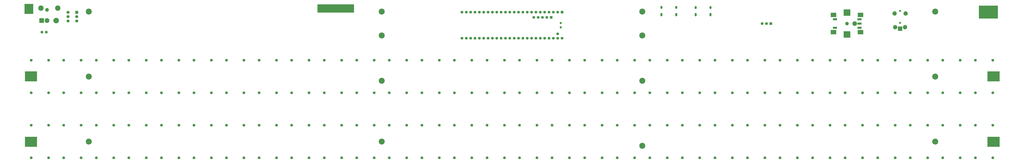
<source format=gbr>
%TF.GenerationSoftware,KiCad,Pcbnew,8.0.6*%
%TF.CreationDate,2025-09-01T21:23:37+02:00*%
%TF.ProjectId,JANKO_KICAD_5,4a414e4b-4f5f-44b4-9943-41445f352e6b,rev?*%
%TF.SameCoordinates,Original*%
%TF.FileFunction,Soldermask,Top*%
%TF.FilePolarity,Negative*%
%FSLAX46Y46*%
G04 Gerber Fmt 4.6, Leading zero omitted, Abs format (unit mm)*
G04 Created by KiCad (PCBNEW 8.0.6) date 2025-09-01 21:23:37*
%MOMM*%
%LPD*%
G01*
G04 APERTURE LIST*
%ADD10C,0.100000*%
%ADD11C,3.500000*%
%ADD12R,1.750000X1.750000*%
%ADD13C,1.750000*%
%ADD14C,1.600000*%
%ADD15R,1.600000X1.600000*%
%ADD16C,1.300000*%
%ADD17C,2.050000*%
%ADD18C,2.690000*%
%ADD19R,2.400000X1.300000*%
%ADD20R,4.000000X3.750000*%
%ADD21R,3.200000X2.500000*%
%ADD22C,2.120000*%
%ADD23R,2.800000X2.800000*%
%ADD24C,3.225000*%
%ADD25C,2.800000*%
%ADD26C,3.135000*%
%ADD27C,1.200000*%
%ADD28R,2.500000X2.500000*%
%ADD29C,2.500000*%
%ADD30R,1.635000X1.635000*%
%ADD31C,1.635000*%
%ADD32O,1.200000X2.000000*%
%ADD33O,1.200000X1.800000*%
G04 APERTURE END LIST*
D10*
X500000Y99500000D02*
X5500000Y99500000D01*
X5500000Y93750000D01*
X500000Y93750000D01*
X500000Y99500000D01*
G36*
X500000Y99500000D02*
G01*
X5500000Y99500000D01*
X5500000Y93750000D01*
X500000Y93750000D01*
X500000Y99500000D01*
G37*
X171500000Y99250000D02*
X192750000Y99250000D01*
X192750000Y94500000D01*
X171500000Y94500000D01*
X171500000Y99250000D01*
G36*
X171500000Y99250000D02*
G01*
X192750000Y99250000D01*
X192750000Y94500000D01*
X171500000Y94500000D01*
X171500000Y99250000D01*
G37*
X557500000Y98500000D02*
X568500000Y98500000D01*
X568500000Y91000000D01*
X557500000Y91000000D01*
X557500000Y98500000D01*
G36*
X557500000Y98500000D02*
G01*
X568500000Y98500000D01*
X568500000Y91000000D01*
X557500000Y91000000D01*
X557500000Y98500000D01*
G37*
X562500000Y60000000D02*
X569500000Y60000000D01*
X569500000Y54250000D01*
X562500000Y54250000D01*
X562500000Y60000000D01*
G36*
X562500000Y60000000D02*
G01*
X569500000Y60000000D01*
X569500000Y54250000D01*
X562500000Y54250000D01*
X562500000Y60000000D01*
G37*
X750000Y60000000D02*
X7750000Y60000000D01*
X7750000Y54250000D01*
X750000Y54250000D01*
X750000Y60000000D01*
G36*
X750000Y60000000D02*
G01*
X7750000Y60000000D01*
X7750000Y54250000D01*
X750000Y54250000D01*
X750000Y60000000D01*
G37*
X750000Y21750000D02*
X7750000Y21750000D01*
X7750000Y16000000D01*
X750000Y16000000D01*
X750000Y21750000D01*
G36*
X750000Y21750000D02*
G01*
X7750000Y21750000D01*
X7750000Y16000000D01*
X750000Y16000000D01*
X750000Y21750000D01*
G37*
X562500000Y21750000D02*
X569500000Y21750000D01*
X569500000Y16000000D01*
X562500000Y16000000D01*
X562500000Y21750000D01*
G36*
X562500000Y21750000D02*
G01*
X569500000Y21750000D01*
X569500000Y16000000D01*
X562500000Y16000000D01*
X562500000Y21750000D01*
G37*
D11*
%TO.C,H133*%
X532000000Y19000000D03*
%TD*%
%TO.C,H120*%
X532000000Y95000000D03*
%TD*%
%TO.C,H129*%
X38000000Y57000000D03*
%TD*%
%TO.C,H13*%
X361000000Y95000000D03*
%TD*%
D12*
%TO.C,S4*%
X31040000Y94540000D03*
D13*
X31040000Y92000000D03*
X31040000Y89460000D03*
X25960000Y94540000D03*
X25960000Y92000000D03*
X25960000Y89460000D03*
%TD*%
D11*
%TO.C,H132*%
X532000000Y57000000D03*
%TD*%
%TO.C,H128*%
X209000000Y95000000D03*
%TD*%
%TO.C,H124*%
X209000000Y81000000D03*
%TD*%
%TO.C,H134*%
X38000000Y19000000D03*
%TD*%
%TO.C,H9*%
X361000000Y81000000D03*
%TD*%
%TO.C,H135*%
X209000000Y54500000D03*
%TD*%
%TO.C,H130*%
X209000000Y19000000D03*
%TD*%
%TO.C,H137*%
X361000000Y54500000D03*
%TD*%
D14*
%TO.C,C3*%
X10729999Y83000000D03*
X13270001Y83000000D03*
%TD*%
D11*
%TO.C,H138*%
X361000000Y16500000D03*
%TD*%
D15*
%TO.C,U3*%
X314210000Y94620000D03*
D14*
X311670000Y94620000D03*
X309130000Y94620000D03*
X306590000Y94620000D03*
X304050000Y94620000D03*
X301510000Y94620000D03*
X298970000Y94620000D03*
X296430000Y94620000D03*
X293890000Y94620000D03*
X291350000Y94620000D03*
X288810000Y94620000D03*
X286270000Y94620000D03*
X283730000Y94620000D03*
X281190000Y94620000D03*
X278650000Y94620000D03*
X276110000Y94620000D03*
X273570000Y94620000D03*
X271030000Y94620000D03*
X268490000Y94620000D03*
X265950000Y94620000D03*
X263410000Y94620000D03*
X260870000Y94620000D03*
X258330000Y94620000D03*
X255790000Y94620000D03*
X255790000Y79380000D03*
X258330000Y79380000D03*
X260870000Y79380000D03*
X263410000Y79380000D03*
X265950000Y79380000D03*
X268490000Y79380000D03*
X271030000Y79380000D03*
X273570000Y79380000D03*
X276110000Y79380000D03*
X278650000Y79380000D03*
X281190000Y79380000D03*
X283730000Y79380000D03*
X286270000Y79380000D03*
X288810000Y79380000D03*
X291350000Y79380000D03*
X293890000Y79380000D03*
X296430000Y79380000D03*
X298970000Y79380000D03*
X301510000Y79380000D03*
X304050000Y79380000D03*
X306590000Y79380000D03*
X309130000Y79380000D03*
X311670000Y79380000D03*
X314210000Y79380000D03*
X311670000Y81920000D03*
D15*
X307910800Y91569200D03*
D14*
X305370800Y91569200D03*
X302830800Y91569200D03*
X300290800Y91569200D03*
X297750800Y91569200D03*
D16*
X313480000Y85730000D03*
X313480000Y88270000D03*
%TD*%
D17*
%TO.C,U2*%
X480500000Y88000000D03*
D18*
X485000000Y88000000D03*
D19*
X487800000Y85500000D03*
X487800000Y90500000D03*
X487800000Y88000000D03*
X473500000Y85500000D03*
X473500000Y90500000D03*
D20*
X480500000Y81625000D03*
X480500000Y94375000D03*
D21*
X472600000Y83000000D03*
X472600000Y93000000D03*
X488400000Y83000000D03*
X488400000Y93000000D03*
%TD*%
D22*
%TO.C,J1*%
X13692000Y96000000D03*
D23*
X10492000Y89700000D03*
D24*
X18992000Y89700000D03*
D25*
X13692000Y89700000D03*
D26*
X10092000Y97000000D03*
X19892000Y97000000D03*
%TD*%
D27*
%TO.C,J2*%
X511500000Y95380000D03*
X511500000Y88380000D03*
D28*
X511500000Y85000000D03*
D29*
X514700000Y93880000D03*
X508650000Y85880000D03*
X514350000Y85880000D03*
X508300000Y93880000D03*
%TD*%
D11*
%TO.C,H1*%
X38000000Y95000000D03*
%TD*%
D30*
%TO.C,S1*%
X436040000Y88000000D03*
D31*
X433500000Y88000000D03*
X430960000Y88000000D03*
%TD*%
D14*
%TO.C,H31*%
X99420000Y9500000D03*
X109580000Y9500000D03*
%TD*%
%TO.C,H80*%
X346420000Y9500000D03*
X356580000Y9500000D03*
%TD*%
%TO.C,H43*%
X175420000Y28500000D03*
X185580000Y28500000D03*
%TD*%
%TO.C,H94*%
X384420000Y9500000D03*
X394580000Y9500000D03*
%TD*%
%TO.C,H45*%
X137420000Y9500000D03*
X147580000Y9500000D03*
%TD*%
%TO.C,H122*%
X536420000Y28500000D03*
X546580000Y28500000D03*
%TD*%
%TO.C,H6*%
X14580000Y47500000D03*
X4420000Y47500000D03*
%TD*%
%TO.C,H67*%
X337580000Y66500000D03*
X327420000Y66500000D03*
%TD*%
%TO.C,H92*%
X422420000Y28500000D03*
X432580000Y28500000D03*
%TD*%
%TO.C,H104*%
X508580000Y47500000D03*
X498420000Y47500000D03*
%TD*%
%TO.C,H48*%
X194420000Y9500000D03*
X204580000Y9500000D03*
%TD*%
%TO.C,H14*%
X4420000Y9500000D03*
X14580000Y9500000D03*
%TD*%
%TO.C,H47*%
X175420000Y9500000D03*
X185580000Y9500000D03*
%TD*%
%TO.C,H89*%
X365420000Y28500000D03*
X375580000Y28500000D03*
%TD*%
%TO.C,H99*%
X489580000Y66500000D03*
X479420000Y66500000D03*
%TD*%
%TO.C,H121*%
X517420000Y28500000D03*
X527580000Y28500000D03*
%TD*%
%TO.C,H11*%
X23420000Y28500000D03*
X33580000Y28500000D03*
%TD*%
%TO.C,H70*%
X318580000Y47500000D03*
X308420000Y47500000D03*
%TD*%
%TO.C,H107*%
X479420000Y28500000D03*
X489580000Y28500000D03*
%TD*%
D32*
%TO.C,HOST1*%
X372175000Y93245500D03*
X380825000Y93245500D03*
D33*
X380825000Y97425500D03*
X372175000Y97425500D03*
%TD*%
D14*
%TO.C,H24*%
X128580000Y47500000D03*
X118420000Y47500000D03*
%TD*%
%TO.C,H55*%
X251420000Y47500000D03*
X261580000Y47500000D03*
%TD*%
%TO.C,H15*%
X23420000Y9500000D03*
X33580000Y9500000D03*
%TD*%
%TO.C,H46*%
X156420000Y9500000D03*
X166580000Y9500000D03*
%TD*%
%TO.C,H10*%
X4420000Y28500000D03*
X14580000Y28500000D03*
%TD*%
%TO.C,H51*%
X261580000Y66500000D03*
X251420000Y66500000D03*
%TD*%
%TO.C,H74*%
X308420000Y28500000D03*
X318580000Y28500000D03*
%TD*%
%TO.C,H98*%
X470580000Y66500000D03*
X460420000Y66500000D03*
%TD*%
%TO.C,H36*%
X204580000Y66500000D03*
X194420000Y66500000D03*
%TD*%
%TO.C,H77*%
X289420000Y9500000D03*
X299580000Y9500000D03*
%TD*%
%TO.C,H58*%
X232420000Y28500000D03*
X242580000Y28500000D03*
%TD*%
%TO.C,H82*%
X394580000Y66500000D03*
X384420000Y66500000D03*
%TD*%
%TO.C,H28*%
X118420000Y28500000D03*
X128580000Y28500000D03*
%TD*%
%TO.C,H39*%
X175420000Y47500000D03*
X185580000Y47500000D03*
%TD*%
%TO.C,H112*%
X498420000Y9500000D03*
X508580000Y9500000D03*
%TD*%
%TO.C,H114*%
X546580000Y66500000D03*
X536420000Y66500000D03*
%TD*%
%TO.C,H68*%
X356580000Y66500000D03*
X346420000Y66500000D03*
%TD*%
%TO.C,H29*%
X61420000Y9500000D03*
X71580000Y9500000D03*
%TD*%
%TO.C,H37*%
X147580000Y47500000D03*
X137420000Y47500000D03*
%TD*%
%TO.C,H25*%
X61420000Y28500000D03*
X71580000Y28500000D03*
%TD*%
%TO.C,H91*%
X403420000Y28500000D03*
X413580000Y28500000D03*
%TD*%
%TO.C,H126*%
X536420000Y9500000D03*
X546580000Y9500000D03*
%TD*%
%TO.C,H106*%
X460420000Y28500000D03*
X470580000Y28500000D03*
%TD*%
%TO.C,H60*%
X270420000Y28500000D03*
X280580000Y28500000D03*
%TD*%
%TO.C,H100*%
X508580000Y66500000D03*
X498420000Y66500000D03*
%TD*%
%TO.C,H103*%
X479420000Y47500000D03*
X489580000Y47500000D03*
%TD*%
%TO.C,H78*%
X308420000Y9500000D03*
X318580000Y9500000D03*
%TD*%
%TO.C,H65*%
X299580000Y66500000D03*
X289420000Y66500000D03*
%TD*%
%TO.C,H119*%
X555420000Y47500000D03*
X565580000Y47500000D03*
%TD*%
%TO.C,H109*%
X441420000Y9500000D03*
X451580000Y9500000D03*
%TD*%
%TO.C,H117*%
X527580000Y47500000D03*
X517420000Y47500000D03*
%TD*%
%TO.C,H113*%
X527580000Y66500000D03*
X517420000Y66500000D03*
%TD*%
%TO.C,H3*%
X33580000Y66500000D03*
X23420000Y66500000D03*
%TD*%
%TO.C,H93*%
X365420000Y9500000D03*
X375580000Y9500000D03*
%TD*%
%TO.C,H17*%
X71580000Y66500000D03*
X61420000Y66500000D03*
%TD*%
%TO.C,H90*%
X384420000Y28500000D03*
X394580000Y28500000D03*
%TD*%
%TO.C,H102*%
X460420000Y47500000D03*
X470580000Y47500000D03*
%TD*%
%TO.C,H73*%
X289420000Y28500000D03*
X299580000Y28500000D03*
%TD*%
%TO.C,H108*%
X498420000Y28500000D03*
X508580000Y28500000D03*
%TD*%
%TO.C,H123*%
X555420000Y28500000D03*
X565580000Y28500000D03*
%TD*%
%TO.C,H22*%
X80420000Y47500000D03*
X90580000Y47500000D03*
%TD*%
%TO.C,H18*%
X90580000Y66500000D03*
X80420000Y66500000D03*
%TD*%
%TO.C,H23*%
X99420000Y47500000D03*
X109580000Y47500000D03*
%TD*%
%TO.C,H63*%
X251420000Y9500000D03*
X261580000Y9500000D03*
%TD*%
%TO.C,H71*%
X327420000Y47500000D03*
X337580000Y47500000D03*
%TD*%
%TO.C,H57*%
X213420000Y28500000D03*
X223580000Y28500000D03*
%TD*%
%TO.C,H118*%
X536420000Y47500000D03*
X546580000Y47500000D03*
%TD*%
%TO.C,H20*%
X128580000Y66500000D03*
X118420000Y66500000D03*
%TD*%
%TO.C,H87*%
X403420000Y47500000D03*
X413580000Y47500000D03*
%TD*%
%TO.C,H88*%
X432580000Y47500000D03*
X422420000Y47500000D03*
%TD*%
%TO.C,H16*%
X42420000Y9500000D03*
X52580000Y9500000D03*
%TD*%
%TO.C,H2*%
X14580000Y66500000D03*
X4420000Y66500000D03*
%TD*%
%TO.C,H50*%
X242580000Y66500000D03*
X232420000Y66500000D03*
%TD*%
%TO.C,H53*%
X223580000Y47500000D03*
X213420000Y47500000D03*
%TD*%
%TO.C,H59*%
X251420000Y28500000D03*
X261580000Y28500000D03*
%TD*%
%TO.C,H7*%
X23420000Y47500000D03*
X33580000Y47500000D03*
%TD*%
%TO.C,H66*%
X318580000Y66500000D03*
X308420000Y66500000D03*
%TD*%
%TO.C,H95*%
X403420000Y9500000D03*
X413580000Y9500000D03*
%TD*%
D32*
%TO.C,DEVICE1*%
X392175000Y93171000D03*
X400825000Y93171000D03*
D33*
X400825000Y97351000D03*
X392175000Y97351000D03*
%TD*%
D14*
%TO.C,H84*%
X432580000Y66500000D03*
X422420000Y66500000D03*
%TD*%
%TO.C,H32*%
X118420000Y9500000D03*
X128580000Y9500000D03*
%TD*%
%TO.C,H96*%
X422420000Y9500000D03*
X432580000Y9500000D03*
%TD*%
%TO.C,H35*%
X185580000Y66500000D03*
X175420000Y66500000D03*
%TD*%
%TO.C,H75*%
X327420000Y28500000D03*
X337580000Y28500000D03*
%TD*%
%TO.C,H19*%
X109580000Y66500000D03*
X99420000Y66500000D03*
%TD*%
%TO.C,H110*%
X460420000Y9500000D03*
X470580000Y9500000D03*
%TD*%
%TO.C,H56*%
X280580000Y47500000D03*
X270420000Y47500000D03*
%TD*%
%TO.C,H41*%
X137420000Y28500000D03*
X147580000Y28500000D03*
%TD*%
%TO.C,H62*%
X232420000Y9500000D03*
X242580000Y9500000D03*
%TD*%
%TO.C,H26*%
X80420000Y28500000D03*
X90580000Y28500000D03*
%TD*%
%TO.C,H81*%
X375580000Y66500000D03*
X365420000Y66500000D03*
%TD*%
%TO.C,H33*%
X147580000Y66500000D03*
X137420000Y66500000D03*
%TD*%
%TO.C,H52*%
X280580000Y66500000D03*
X270420000Y66500000D03*
%TD*%
%TO.C,H21*%
X71580000Y47500000D03*
X61420000Y47500000D03*
%TD*%
%TO.C,H85*%
X375580000Y47500000D03*
X365420000Y47500000D03*
%TD*%
%TO.C,H79*%
X327420000Y9500000D03*
X337580000Y9500000D03*
%TD*%
%TO.C,H72*%
X356580000Y47500000D03*
X346420000Y47500000D03*
%TD*%
%TO.C,H111*%
X479420000Y9500000D03*
X489580000Y9500000D03*
%TD*%
%TO.C,H27*%
X99420000Y28500000D03*
X109580000Y28500000D03*
%TD*%
%TO.C,H40*%
X204580000Y47500000D03*
X194420000Y47500000D03*
%TD*%
%TO.C,H30*%
X80420000Y9500000D03*
X90580000Y9500000D03*
%TD*%
%TO.C,H115*%
X565580000Y66500000D03*
X555420000Y66500000D03*
%TD*%
%TO.C,H127*%
X555420000Y9500000D03*
X565580000Y9500000D03*
%TD*%
%TO.C,H105*%
X441420000Y28500000D03*
X451580000Y28500000D03*
%TD*%
%TO.C,H4*%
X52580000Y66500000D03*
X42420000Y66500000D03*
%TD*%
%TO.C,H101*%
X451580000Y47450000D03*
X441420000Y47450000D03*
%TD*%
%TO.C,H44*%
X194420000Y28500000D03*
X204580000Y28500000D03*
%TD*%
%TO.C,H76*%
X346420000Y28500000D03*
X356580000Y28500000D03*
%TD*%
%TO.C,H125*%
X517420000Y9500000D03*
X527580000Y9500000D03*
%TD*%
%TO.C,H34*%
X166580000Y66500000D03*
X156420000Y66500000D03*
%TD*%
%TO.C,H61*%
X213420000Y9500000D03*
X223580000Y9500000D03*
%TD*%
%TO.C,H86*%
X384420000Y47500000D03*
X394580000Y47500000D03*
%TD*%
%TO.C,H54*%
X232420000Y47500000D03*
X242580000Y47500000D03*
%TD*%
%TO.C,H12*%
X42420000Y28500000D03*
X52580000Y28500000D03*
%TD*%
%TO.C,H69*%
X299580000Y47500000D03*
X289420000Y47500000D03*
%TD*%
%TO.C,H42*%
X156420000Y28500000D03*
X166580000Y28500000D03*
%TD*%
%TO.C,H64*%
X270420000Y9500000D03*
X280580000Y9500000D03*
%TD*%
%TO.C,H8*%
X52580000Y47500000D03*
X42420000Y47500000D03*
%TD*%
%TO.C,H97*%
X451580000Y66500000D03*
X441420000Y66500000D03*
%TD*%
%TO.C,H49*%
X223580000Y66500000D03*
X213420000Y66500000D03*
%TD*%
%TO.C,H83*%
X413580000Y66500000D03*
X403420000Y66500000D03*
%TD*%
%TO.C,H38*%
X156420000Y47500000D03*
X166580000Y47500000D03*
%TD*%
M02*

</source>
